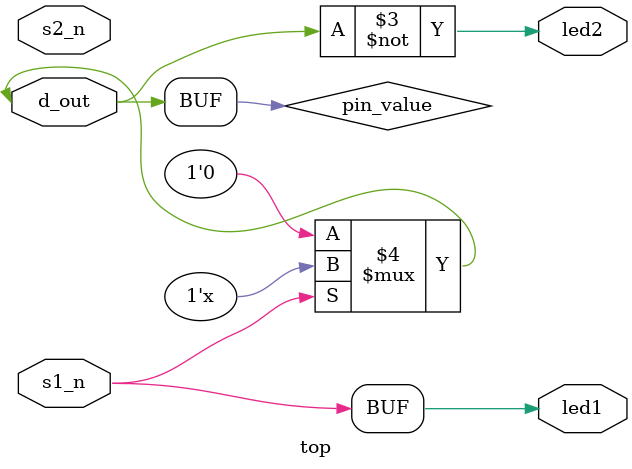
<source format=v>

`default_nettype none                   // force the proper declaration of all signals

/**
* See iCE40 Technology Library Technical Note FPGA-TN-02026-3.2
* https://www.latticesemi.com/Products/FPGAandCPLD/iCE40
**************************************************************************/
module top (
    input  wire     s1_n,
    input  wire     s2_n,
    output wire     led1,
    output wire     led2,
    inout  wire     d_out
    );

    wire pin_value;
    wire driver_enable = ~s1_n;         // turn on driver when s1 is low

    assign led1 = ~driver_enable;       // LED will light when driver is enabled
    assign led2 = ~pin_value;           // LED will light when the pin is high (the actual pin value)

`define infer_tristate
`ifdef infer_tristate
    assign d_out = driver_enable ? 1'b0 : 1'bz; // tri-state when s1 is released
    assign pin_value = d_out;
`else
    SB_IO #(
        .PIN_TYPE(6'b1010_01),
        .PULLUP(1'b1)                   // enable the pullup
    ) tri_state (
        .PACKAGE_PIN(d_out),
        .OUTPUT_ENABLE(driver_enable),  // when driver_enable is high, turn on the output driver
        .D_OUT_0(0),                    // when driver is on, force the output to go low
        .D_IN_0(pin_value)              // a peek at the physical pin's current value
    );
`endif

endmodule

</source>
